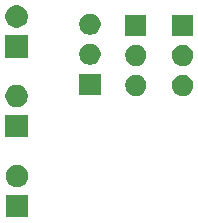
<source format=gbr>
G04 #@! TF.GenerationSoftware,KiCad,Pcbnew,(5.1.5)-3*
G04 #@! TF.CreationDate,2020-03-19T13:13:49+01:00*
G04 #@! TF.ProjectId,buttons,62757474-6f6e-4732-9e6b-696361645f70,rev?*
G04 #@! TF.SameCoordinates,Original*
G04 #@! TF.FileFunction,Soldermask,Bot*
G04 #@! TF.FilePolarity,Negative*
%FSLAX46Y46*%
G04 Gerber Fmt 4.6, Leading zero omitted, Abs format (unit mm)*
G04 Created by KiCad (PCBNEW (5.1.5)-3) date 2020-03-19 13:13:49*
%MOMM*%
%LPD*%
G04 APERTURE LIST*
%ADD10C,0.100000*%
G04 APERTURE END LIST*
D10*
G36*
X102601000Y-55441000D02*
G01*
X100699000Y-55441000D01*
X100699000Y-53539000D01*
X102601000Y-53539000D01*
X102601000Y-55441000D01*
G37*
G36*
X101927395Y-51035546D02*
G01*
X102100466Y-51107234D01*
X102100467Y-51107235D01*
X102256227Y-51211310D01*
X102388690Y-51343773D01*
X102388691Y-51343775D01*
X102492766Y-51499534D01*
X102564454Y-51672605D01*
X102601000Y-51856333D01*
X102601000Y-52043667D01*
X102564454Y-52227395D01*
X102492766Y-52400466D01*
X102492765Y-52400467D01*
X102388690Y-52556227D01*
X102256227Y-52688690D01*
X102177818Y-52741081D01*
X102100466Y-52792766D01*
X101927395Y-52864454D01*
X101743667Y-52901000D01*
X101556333Y-52901000D01*
X101372605Y-52864454D01*
X101199534Y-52792766D01*
X101122182Y-52741081D01*
X101043773Y-52688690D01*
X100911310Y-52556227D01*
X100807235Y-52400467D01*
X100807234Y-52400466D01*
X100735546Y-52227395D01*
X100699000Y-52043667D01*
X100699000Y-51856333D01*
X100735546Y-51672605D01*
X100807234Y-51499534D01*
X100911309Y-51343775D01*
X100911310Y-51343773D01*
X101043773Y-51211310D01*
X101199533Y-51107235D01*
X101199534Y-51107234D01*
X101372605Y-51035546D01*
X101556333Y-50999000D01*
X101743667Y-50999000D01*
X101927395Y-51035546D01*
G37*
G36*
X102561000Y-48691000D02*
G01*
X100659000Y-48691000D01*
X100659000Y-46789000D01*
X102561000Y-46789000D01*
X102561000Y-48691000D01*
G37*
G36*
X101887395Y-44285546D02*
G01*
X102060466Y-44357234D01*
X102060467Y-44357235D01*
X102216227Y-44461310D01*
X102348690Y-44593773D01*
X102348691Y-44593775D01*
X102452766Y-44749534D01*
X102524454Y-44922605D01*
X102561000Y-45106333D01*
X102561000Y-45293667D01*
X102524454Y-45477395D01*
X102452766Y-45650466D01*
X102452765Y-45650467D01*
X102348690Y-45806227D01*
X102216227Y-45938690D01*
X102137818Y-45991081D01*
X102060466Y-46042766D01*
X101887395Y-46114454D01*
X101703667Y-46151000D01*
X101516333Y-46151000D01*
X101332605Y-46114454D01*
X101159534Y-46042766D01*
X101082182Y-45991081D01*
X101003773Y-45938690D01*
X100871310Y-45806227D01*
X100767235Y-45650467D01*
X100767234Y-45650466D01*
X100695546Y-45477395D01*
X100659000Y-45293667D01*
X100659000Y-45106333D01*
X100695546Y-44922605D01*
X100767234Y-44749534D01*
X100871309Y-44593775D01*
X100871310Y-44593773D01*
X101003773Y-44461310D01*
X101159533Y-44357235D01*
X101159534Y-44357234D01*
X101332605Y-44285546D01*
X101516333Y-44249000D01*
X101703667Y-44249000D01*
X101887395Y-44285546D01*
G37*
G36*
X111823512Y-43393927D02*
G01*
X111972812Y-43423624D01*
X112136784Y-43491544D01*
X112284354Y-43590147D01*
X112409853Y-43715646D01*
X112508456Y-43863216D01*
X112576376Y-44027188D01*
X112611000Y-44201259D01*
X112611000Y-44378741D01*
X112576376Y-44552812D01*
X112508456Y-44716784D01*
X112409853Y-44864354D01*
X112284354Y-44989853D01*
X112136784Y-45088456D01*
X111972812Y-45156376D01*
X111823512Y-45186073D01*
X111798742Y-45191000D01*
X111621258Y-45191000D01*
X111596488Y-45186073D01*
X111447188Y-45156376D01*
X111283216Y-45088456D01*
X111135646Y-44989853D01*
X111010147Y-44864354D01*
X110911544Y-44716784D01*
X110843624Y-44552812D01*
X110809000Y-44378741D01*
X110809000Y-44201259D01*
X110843624Y-44027188D01*
X110911544Y-43863216D01*
X111010147Y-43715646D01*
X111135646Y-43590147D01*
X111283216Y-43491544D01*
X111447188Y-43423624D01*
X111596488Y-43393927D01*
X111621258Y-43389000D01*
X111798742Y-43389000D01*
X111823512Y-43393927D01*
G37*
G36*
X115783512Y-43393927D02*
G01*
X115932812Y-43423624D01*
X116096784Y-43491544D01*
X116244354Y-43590147D01*
X116369853Y-43715646D01*
X116468456Y-43863216D01*
X116536376Y-44027188D01*
X116571000Y-44201259D01*
X116571000Y-44378741D01*
X116536376Y-44552812D01*
X116468456Y-44716784D01*
X116369853Y-44864354D01*
X116244354Y-44989853D01*
X116096784Y-45088456D01*
X115932812Y-45156376D01*
X115783512Y-45186073D01*
X115758742Y-45191000D01*
X115581258Y-45191000D01*
X115556488Y-45186073D01*
X115407188Y-45156376D01*
X115243216Y-45088456D01*
X115095646Y-44989853D01*
X114970147Y-44864354D01*
X114871544Y-44716784D01*
X114803624Y-44552812D01*
X114769000Y-44378741D01*
X114769000Y-44201259D01*
X114803624Y-44027188D01*
X114871544Y-43863216D01*
X114970147Y-43715646D01*
X115095646Y-43590147D01*
X115243216Y-43491544D01*
X115407188Y-43423624D01*
X115556488Y-43393927D01*
X115581258Y-43389000D01*
X115758742Y-43389000D01*
X115783512Y-43393927D01*
G37*
G36*
X108721000Y-45091000D02*
G01*
X106919000Y-45091000D01*
X106919000Y-43289000D01*
X108721000Y-43289000D01*
X108721000Y-45091000D01*
G37*
G36*
X115771531Y-40851544D02*
G01*
X115932812Y-40883624D01*
X116096784Y-40951544D01*
X116244354Y-41050147D01*
X116369853Y-41175646D01*
X116468456Y-41323216D01*
X116536376Y-41487188D01*
X116571000Y-41661259D01*
X116571000Y-41838741D01*
X116536376Y-42012812D01*
X116468456Y-42176784D01*
X116369853Y-42324354D01*
X116244354Y-42449853D01*
X116096784Y-42548456D01*
X115932812Y-42616376D01*
X115783512Y-42646073D01*
X115758742Y-42651000D01*
X115581258Y-42651000D01*
X115556488Y-42646073D01*
X115407188Y-42616376D01*
X115243216Y-42548456D01*
X115095646Y-42449853D01*
X114970147Y-42324354D01*
X114871544Y-42176784D01*
X114803624Y-42012812D01*
X114769000Y-41838741D01*
X114769000Y-41661259D01*
X114803624Y-41487188D01*
X114871544Y-41323216D01*
X114970147Y-41175646D01*
X115095646Y-41050147D01*
X115243216Y-40951544D01*
X115407188Y-40883624D01*
X115568469Y-40851544D01*
X115581258Y-40849000D01*
X115758742Y-40849000D01*
X115771531Y-40851544D01*
G37*
G36*
X111811531Y-40851544D02*
G01*
X111972812Y-40883624D01*
X112136784Y-40951544D01*
X112284354Y-41050147D01*
X112409853Y-41175646D01*
X112508456Y-41323216D01*
X112576376Y-41487188D01*
X112611000Y-41661259D01*
X112611000Y-41838741D01*
X112576376Y-42012812D01*
X112508456Y-42176784D01*
X112409853Y-42324354D01*
X112284354Y-42449853D01*
X112136784Y-42548456D01*
X111972812Y-42616376D01*
X111823512Y-42646073D01*
X111798742Y-42651000D01*
X111621258Y-42651000D01*
X111596488Y-42646073D01*
X111447188Y-42616376D01*
X111283216Y-42548456D01*
X111135646Y-42449853D01*
X111010147Y-42324354D01*
X110911544Y-42176784D01*
X110843624Y-42012812D01*
X110809000Y-41838741D01*
X110809000Y-41661259D01*
X110843624Y-41487188D01*
X110911544Y-41323216D01*
X111010147Y-41175646D01*
X111135646Y-41050147D01*
X111283216Y-40951544D01*
X111447188Y-40883624D01*
X111608469Y-40851544D01*
X111621258Y-40849000D01*
X111798742Y-40849000D01*
X111811531Y-40851544D01*
G37*
G36*
X107933512Y-40753927D02*
G01*
X108082812Y-40783624D01*
X108246784Y-40851544D01*
X108394354Y-40950147D01*
X108519853Y-41075646D01*
X108618456Y-41223216D01*
X108686376Y-41387188D01*
X108721000Y-41561259D01*
X108721000Y-41738741D01*
X108686376Y-41912812D01*
X108618456Y-42076784D01*
X108519853Y-42224354D01*
X108394354Y-42349853D01*
X108246784Y-42448456D01*
X108082812Y-42516376D01*
X107933512Y-42546073D01*
X107908742Y-42551000D01*
X107731258Y-42551000D01*
X107706488Y-42546073D01*
X107557188Y-42516376D01*
X107393216Y-42448456D01*
X107245646Y-42349853D01*
X107120147Y-42224354D01*
X107021544Y-42076784D01*
X106953624Y-41912812D01*
X106919000Y-41738741D01*
X106919000Y-41561259D01*
X106953624Y-41387188D01*
X107021544Y-41223216D01*
X107120147Y-41075646D01*
X107245646Y-40950147D01*
X107393216Y-40851544D01*
X107557188Y-40783624D01*
X107706488Y-40753927D01*
X107731258Y-40749000D01*
X107908742Y-40749000D01*
X107933512Y-40753927D01*
G37*
G36*
X102561000Y-41951000D02*
G01*
X100659000Y-41951000D01*
X100659000Y-40049000D01*
X102561000Y-40049000D01*
X102561000Y-41951000D01*
G37*
G36*
X112611000Y-40111000D02*
G01*
X110809000Y-40111000D01*
X110809000Y-38309000D01*
X112611000Y-38309000D01*
X112611000Y-40111000D01*
G37*
G36*
X116571000Y-40111000D02*
G01*
X114769000Y-40111000D01*
X114769000Y-38309000D01*
X116571000Y-38309000D01*
X116571000Y-40111000D01*
G37*
G36*
X107933512Y-38213927D02*
G01*
X108082812Y-38243624D01*
X108246784Y-38311544D01*
X108394354Y-38410147D01*
X108519853Y-38535646D01*
X108618456Y-38683216D01*
X108686376Y-38847188D01*
X108721000Y-39021259D01*
X108721000Y-39198741D01*
X108686376Y-39372812D01*
X108618456Y-39536784D01*
X108519853Y-39684354D01*
X108394354Y-39809853D01*
X108246784Y-39908456D01*
X108082812Y-39976376D01*
X107933512Y-40006073D01*
X107908742Y-40011000D01*
X107731258Y-40011000D01*
X107706488Y-40006073D01*
X107557188Y-39976376D01*
X107393216Y-39908456D01*
X107245646Y-39809853D01*
X107120147Y-39684354D01*
X107021544Y-39536784D01*
X106953624Y-39372812D01*
X106919000Y-39198741D01*
X106919000Y-39021259D01*
X106953624Y-38847188D01*
X107021544Y-38683216D01*
X107120147Y-38535646D01*
X107245646Y-38410147D01*
X107393216Y-38311544D01*
X107557188Y-38243624D01*
X107706488Y-38213927D01*
X107731258Y-38209000D01*
X107908742Y-38209000D01*
X107933512Y-38213927D01*
G37*
G36*
X101887395Y-37545546D02*
G01*
X102060466Y-37617234D01*
X102060467Y-37617235D01*
X102216227Y-37721310D01*
X102348690Y-37853773D01*
X102348691Y-37853775D01*
X102452766Y-38009534D01*
X102524454Y-38182605D01*
X102561000Y-38366333D01*
X102561000Y-38553667D01*
X102524454Y-38737395D01*
X102452766Y-38910466D01*
X102452765Y-38910467D01*
X102348690Y-39066227D01*
X102216227Y-39198690D01*
X102216149Y-39198742D01*
X102060466Y-39302766D01*
X101887395Y-39374454D01*
X101703667Y-39411000D01*
X101516333Y-39411000D01*
X101332605Y-39374454D01*
X101159534Y-39302766D01*
X101003851Y-39198742D01*
X101003773Y-39198690D01*
X100871310Y-39066227D01*
X100767235Y-38910467D01*
X100767234Y-38910466D01*
X100695546Y-38737395D01*
X100659000Y-38553667D01*
X100659000Y-38366333D01*
X100695546Y-38182605D01*
X100767234Y-38009534D01*
X100871309Y-37853775D01*
X100871310Y-37853773D01*
X101003773Y-37721310D01*
X101159533Y-37617235D01*
X101159534Y-37617234D01*
X101332605Y-37545546D01*
X101516333Y-37509000D01*
X101703667Y-37509000D01*
X101887395Y-37545546D01*
G37*
M02*

</source>
